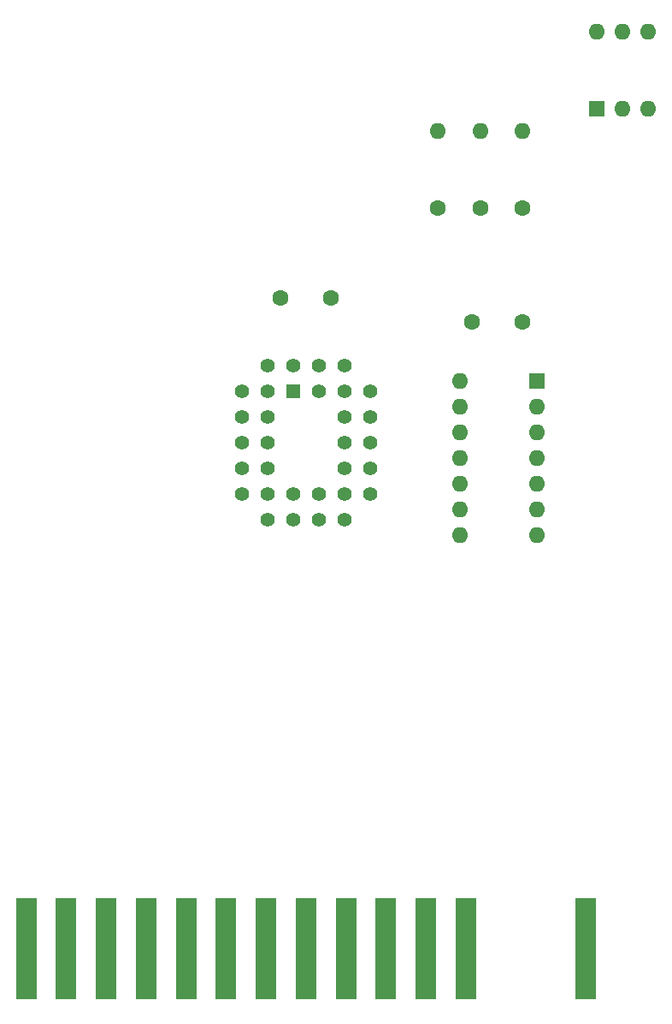
<source format=gbr>
G04 #@! TF.GenerationSoftware,KiCad,Pcbnew,8.0.2*
G04 #@! TF.CreationDate,2025-01-06T09:06:17+01:00*
G04 #@! TF.ProjectId,multicartridge-sst39sf010,6d756c74-6963-4617-9274-72696467652d,rev?*
G04 #@! TF.SameCoordinates,Original*
G04 #@! TF.FileFunction,Soldermask,Top*
G04 #@! TF.FilePolarity,Negative*
%FSLAX46Y46*%
G04 Gerber Fmt 4.6, Leading zero omitted, Abs format (unit mm)*
G04 Created by KiCad (PCBNEW 8.0.2) date 2025-01-06 09:06:17*
%MOMM*%
%LPD*%
G01*
G04 APERTURE LIST*
%ADD10R,1.600000X1.600000*%
%ADD11O,1.600000X1.600000*%
%ADD12C,1.600000*%
%ADD13R,1.422400X1.422400*%
%ADD14C,1.422400*%
%ADD15R,2.000000X10.000000*%
G04 APERTURE END LIST*
D10*
X112014000Y-56134000D03*
D11*
X114554000Y-56134000D03*
X117094000Y-56134000D03*
X117094000Y-48514000D03*
X114554000Y-48514000D03*
X112014000Y-48514000D03*
D10*
X106045000Y-83058000D03*
D11*
X106045000Y-85598000D03*
X106045000Y-88138000D03*
X106045000Y-90678000D03*
X106045000Y-93218000D03*
X106045000Y-95758000D03*
X106045000Y-98298000D03*
X98425000Y-98298000D03*
X98425000Y-95758000D03*
X98425000Y-93218000D03*
X98425000Y-90678000D03*
X98425000Y-88138000D03*
X98425000Y-85598000D03*
X98425000Y-83058000D03*
D12*
X99647000Y-77143000D03*
X104647000Y-77143000D03*
X85685000Y-74785000D03*
X80685000Y-74785000D03*
X100457000Y-65913000D03*
D11*
X100457000Y-58293000D03*
D12*
X96266000Y-65913000D03*
D11*
X96266000Y-58293000D03*
D12*
X104648000Y-65913000D03*
D11*
X104648000Y-58293000D03*
D13*
X81915000Y-84074000D03*
D14*
X84455000Y-81534000D03*
X84455000Y-84074000D03*
X86995000Y-81534000D03*
X89535000Y-84074000D03*
X86995000Y-84074000D03*
X89535000Y-86614000D03*
X86995000Y-86614000D03*
X89535000Y-89154000D03*
X86995000Y-89154000D03*
X89535000Y-91694000D03*
X86995000Y-91694000D03*
X89535000Y-94234000D03*
X86995000Y-96774000D03*
X86995000Y-94234000D03*
X84455000Y-96774000D03*
X84455000Y-94234000D03*
X81915000Y-96774000D03*
X81915000Y-94234000D03*
X79375000Y-96774000D03*
X76835000Y-94234000D03*
X79375000Y-94234000D03*
X76835000Y-91694000D03*
X79375000Y-91694000D03*
X76835000Y-89154000D03*
X79375000Y-89154000D03*
X76835000Y-86614000D03*
X79375000Y-86614000D03*
X76835000Y-84074000D03*
X79375000Y-81534000D03*
X79375000Y-84074000D03*
X81915000Y-81534000D03*
D15*
X55465000Y-139192000D03*
X59425000Y-139192000D03*
X63385000Y-139192000D03*
X67345000Y-139192000D03*
X71305000Y-139192000D03*
X75265000Y-139192000D03*
X79225000Y-139192000D03*
X83185000Y-139192000D03*
X87145000Y-139192000D03*
X91105000Y-139192000D03*
X95065000Y-139192000D03*
X99025000Y-139192000D03*
X110905000Y-139192000D03*
M02*

</source>
